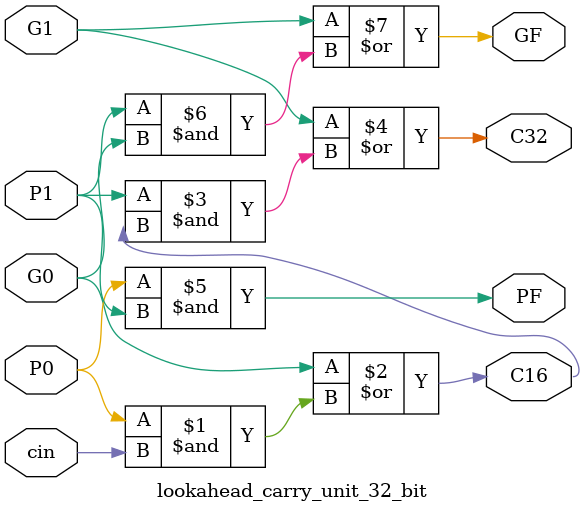
<source format=v>
module CLA_4bit(input [3:0] a,input [3:0] b,input cin, output [3:0] sum, output cout);
wire P0, P1, P2, P3;
wire G0, G1, G2, G3;
wire C1, C2, C3, C4;

assign G0 = a[0] & b[0];
assign G1 = a[1] & b[1];
assign G2 = a[2] & b[2];
assign G3 = a[3] & b[3];
assign P0 = a[0] ^ b[0];
assign P1 = a[1] ^ b[1];
assign P2 = a[2] ^ b[2];
assign P3 = a[3] ^ b[3];

assign C1 = G0 | (P0 & cin);
assign C2 = G1 | (P1 & C1);
assign C3 = G2 | (P2 & C2);
assign C4 = G3 | (P3 & C3);

assign sum = {P3 ^ C3, P2 ^ C2, P1 ^ C1, P0 ^ cin};
assign cout = C4;
endmodule


module CLA_4bit_P_G(input [3:0] a, b, input cin, output [3:0] sum, output P, G);
wire P0, P1, P2, P3;
wire G0, G1, G2, G3;
wire C1, C2, C3, C4;

assign G0 = a[0] & b[0];
assign G1 = a[1] & b[1];
assign G2 = a[2] & b[2];
assign G3 = a[3] & b[3];
assign P0 = a[0] ^ b[0];
assign P1 = a[1] ^ b[1];
assign P2 = a[2] ^ b[2];
assign P3 = a[3] ^ b[3];

assign C1 = G0 | (P0 & cin);
assign C2 = G1 | (P1 & C1);
assign C3 = G2 | (P2 & C2);
assign C4 = G3 | (P3 & C3);

assign P = P0 & P1 & P2 & P3;
assign G = G3 | (P3 & G2) | (P3 & P2 & G1) | (P3 & P2 & P1 & G0);
assign sum = {P3 ^ C3, P2 ^ C2, P1 ^ C1, P0 ^ cin};
endmodule


module lookahead_carry_unit_16_bit( 
input P0, G0, P1, G1, P2, G2, P3, G3,input cin,
output C4, C8, C12, C16, GF, PF);

assign C4 = G0 | (P0 & cin);
assign C8 = G1 | (P1 & C4);
assign C12 = G2 | (P2 & C8);
assign C16 = G3 | (P3 & C12);

assign PF = P0 & P1 & P2 & P3;
assign GF = G3 | (P3 & G2) | (P3 & P2 & G1) | (P3 & P2 & P1 & G0);
endmodule


module CLA_16bit(input [15:0] a, b, input cin, output [15:0] sum, output cout, output Pout, Gout);

wire P0, P1, P2, P3;
wire G0, G1, G2, G3;
wire C4, C8, C12, C16;

CLA_4bit_P_G CLA0 (a[3:0], b[3:0], cin, sum[3:0], P0, G0);
CLA_4bit_P_G CLA1 (a[7:4], b[7:4], C4, sum[7:4], P1, G1);
CLA_4bit_P_G CLA2 (a[11:8], b[11:8], C8, sum[11:8], P2, G2);
CLA_4bit_P_G CLA3 (a[15:12], b[15:12], C12, sum[15:12], P3, G3);

lookahead_carry_unit_16_bit LCU16 (P0, G0, P1, G1, P2, G2, P3, G3, cin, C4, C8, C12, C16, Gout, Pout);
assign cout = C16;
endmodule


module CLA_32bit(input [31:0] a, b, input cin, output [31:0] sum, output cout, output Pout, Gout);

wire P0, P1;
wire G0, G1;
wire C16, C32;

CLA_16bit CLA0 (a[15:0], b[15:0], cin, sum[15:0], C16, P0, G0);
CLA_16bit CLA1 (a[31:16], b[31:16], C16, sum[31:16], C32, P1, G1);

lookahead_carry_unit_32_bit LCU32 (P0, G0, P1, G1, cin, C16, C32, Gout, Pout);
assign cout = C32;
endmodule

module lookahead_carry_unit_32_bit (input P0, G0, P1, G1, input cin, output C16, C32, output GF, PF);

assign C16 = G0 | (P0 & cin);
assign C32 = G1 | (P1 & C16);

assign PF = P0 & P1;
assign GF = G1 | (P1 & G0);
endmodule


</source>
